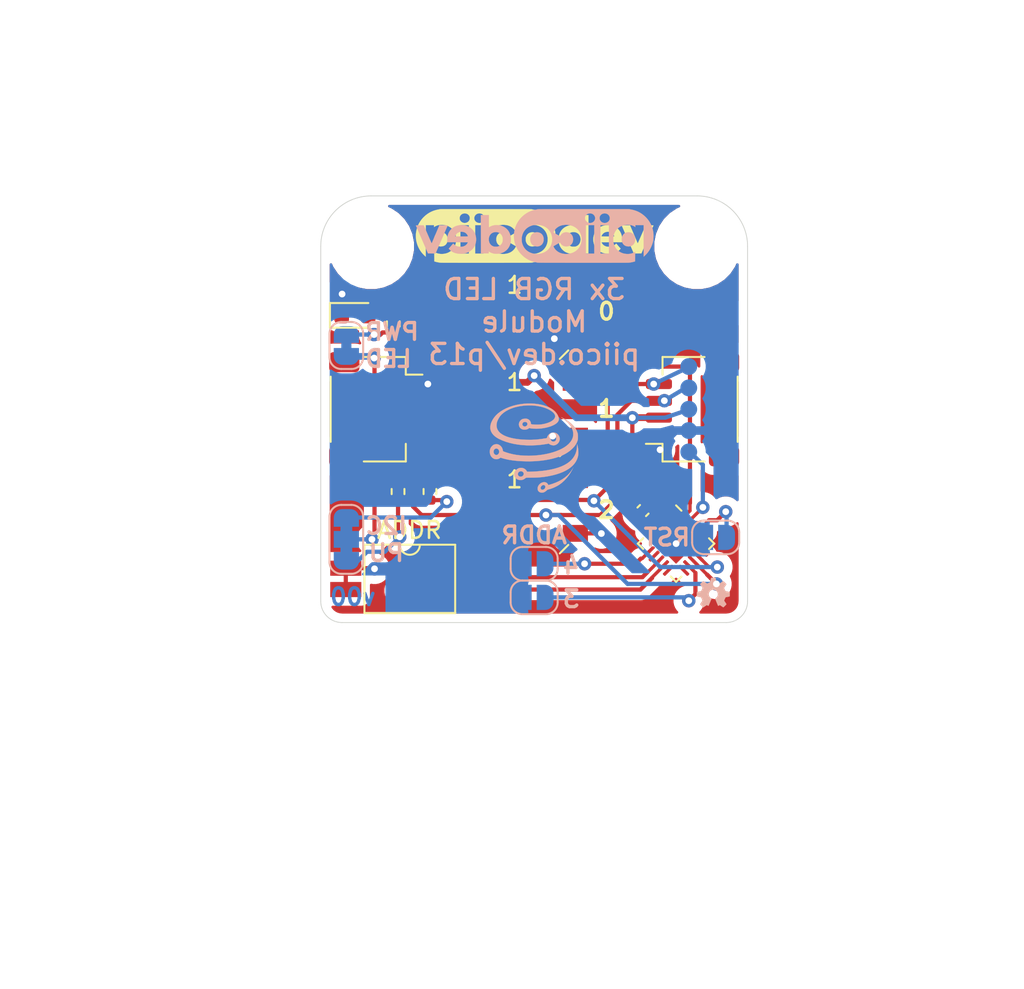
<source format=kicad_pcb>
(kicad_pcb (version 20171130) (host pcbnew "(5.1.8-44-gfd79c7ae46)-1")
  (layers (0 F.Cu signal) (31 B.Cu signal) (34 B.Paste user) (35 F.Paste user) (36 B.SilkS user) (37 F.SilkS user) (38 B.Mask user) (39 F.Mask user) (44 Edge.Cuts user))
  (net 0 "")
  (net 1 +3V3)
  (net 2 GND)
  (net 3 "Net-(D1-Pad2)")
  (net 4 /SCL)
  (net 5 /SDA)
  (net 6 "Net-(JP1-Pad2)")
  (net 7 "Net-(JP2-Pad1)")
  (net 8 "Net-(JP2-Pad3)")
  (net 9 "Net-(D2-Pad2)")
  (net 10 "Net-(D3-Pad2)")
  (net 11 /DIN)
  (net 12 /UPDI)
  (net 13 /FAC_RST)
  (net 14 /ADD2)
  (net 15 /ADD3)
  (net 16 /ADD1)
  (net 17 /ADD4)
  (module CoreElectronics_Artwork:piicodev_logo_14.2x3.4mm (layer F.Cu) (at 97.329859 91.1352)
    (fp_text reference G1 hide)
    (fp_text value LOGO_PiicoDev hide)
  )
  (module Jumper:SolderJumper-2_P1.3mm_Open_RoundedPad1.0x1.5mm (layer B.Cu) (at 97.282 112.546 180)
    (fp_text reference JP5)
    (fp_text value ADD3)
    (pad 2 smd custom (at 0.65 0 180) (size 1 0.5) (layers B.Cu B.Mask) (net 2 GND) (options (clearance outline) (anchor rect)) (primitives (gr_circle (center 0 -0.25) (end 0.5 -0.25) (width 0)) (gr_circle (center 0 0.25) (end 0.5 0.25) (width 0)) (gr_poly (pts (xy 0 0.75) (xy -0.5 0.75) (xy -0.5 -0.75) (xy 0 -0.75)) (width 0))))
    (pad 1 smd custom (at -0.65 0 180) (size 1 0.5) (layers B.Cu B.Mask) (net 15 /ADD3) (options (clearance outline) (anchor rect)) (primitives (gr_circle (center 0 -0.25) (end 0.5 -0.25) (width 0)) (gr_circle (center 0 0.25) (end 0.5 0.25) (width 0)) (gr_poly (pts (xy 0 0.75) (xy 0.5 0.75) (xy 0.5 -0.75) (xy 0 -0.75)) (width 0))))
  )
  (module CoreElectronics_Components:SW_DIP_SPSTx02_Slide_DSHP (layer F.Cu) (at 89.882 111.446)
    (fp_text reference SW1 hide)
    (fp_text value ADDR)
    (pad 1 smd rect (at -3.81 -0.635) (size 1.85 0.9) (layers F.Cu F.Paste F.Mask) (net 2 GND))
    (pad 2 smd rect (at -3.81 0.635) (size 1.85 0.9) (layers F.Cu F.Paste F.Mask) (net 2 GND))
    (pad 3 smd rect (at 3.81 0.635) (size 1.85 0.9) (layers F.Cu F.Paste F.Mask) (net 16 /ADD1))
    (pad 4 smd rect (at 3.81 -0.635) (size 1.85 0.9) (layers F.Cu F.Paste F.Mask) (net 14 /ADD2))
  )
  (module Jumper:SolderJumper-2_P1.3mm_Open_RoundedPad1.0x1.5mm (layer B.Cu) (at 108.082 108.976 180)
    (fp_text reference JP4 hide)
    (fp_text value "FACTORY RESET")
    (pad 2 smd custom (at 0.65 0 180) (size 1 0.5) (layers B.Cu B.Mask) (net 2 GND) (options (clearance outline) (anchor rect)) (primitives (gr_circle (center 0 -0.25) (end 0.5 -0.25) (width 0)) (gr_circle (center 0 0.25) (end 0.5 0.25) (width 0)) (gr_poly (pts (xy 0 0.75) (xy -0.5 0.75) (xy -0.5 -0.75) (xy 0 -0.75)) (width 0))))
    (pad 1 smd custom (at -0.65 0 180) (size 1 0.5) (layers B.Cu B.Mask) (net 13 /FAC_RST) (options (clearance outline) (anchor rect)) (primitives (gr_circle (center 0 -0.25) (end 0.5 -0.25) (width 0)) (gr_circle (center 0 0.25) (end 0.5 0.25) (width 0)) (gr_poly (pts (xy 0 0.75) (xy 0.5 0.75) (xy 0.5 -0.75) (xy 0 -0.75)) (width 0))))
  )
  (module Jumper:SolderJumper-2_P1.3mm_Open_RoundedPad1.0x1.5mm (layer B.Cu) (at 97.282 110.546 180)
    (fp_text reference JP3 hide)
    (fp_text value ADD2)
    (pad 2 smd custom (at 0.65 0 180) (size 1 0.5) (layers B.Cu B.Mask) (net 2 GND) (options (clearance outline) (anchor rect)) (primitives (gr_circle (center 0 -0.25) (end 0.5 -0.25) (width 0)) (gr_circle (center 0 0.25) (end 0.5 0.25) (width 0)) (gr_poly (pts (xy 0 0.75) (xy -0.5 0.75) (xy -0.5 -0.75) (xy 0 -0.75)) (width 0))))
    (pad 1 smd custom (at -0.65 0 180) (size 1 0.5) (layers B.Cu B.Mask) (net 17 /ADD4) (options (clearance outline) (anchor rect)) (primitives (gr_circle (center 0 -0.25) (end 0.5 -0.25) (width 0)) (gr_circle (center 0 0.25) (end 0.5 0.25) (width 0)) (gr_poly (pts (xy 0 0.75) (xy 0.5 0.75) (xy 0.5 -0.75) (xy 0 -0.75)) (width 0))))
  )
  (module CoreElectronics_Components:PiicoDev_ProgrammingHeader_2x03_P1.27mm_Vertical (layer B.Cu) (at 106.482 103.886 90)
    (fp_text reference J3 hide)
    (fp_text value PROG)
    (pad 5 smd oval (at 5.08 0 90) (size 1 1) (layers B.Cu B.Paste B.Mask) (net 4 /SCL))
    (pad 4 smd oval (at 3.81 0 90) (size 1 1) (layers B.Cu B.Paste B.Mask) (net 5 /SDA))
    (pad 3 smd oval (at 2.54 0 90) (size 1 1) (layers B.Cu B.Paste B.Mask) (net 1 +3V3))
    (pad 2 smd oval (at 1.27 0 90) (size 1 1) (layers B.Cu B.Paste B.Mask) (net 2 GND))
    (pad 1 smd circle (at 0 0 90) (size 1 1) (layers B.Cu B.Paste B.Mask) (net 12 /UPDI))
  )
  (module Capacitor_SMD:C_0402_1005Metric (layer F.Cu) (at 103.759 107.3785 45)
    (fp_text reference C1 hide)
    (fp_text value 100n)
    (pad 2 smd roundrect (at 0.48 0 45) (size 0.56 0.62) (layers F.Cu F.Paste F.Mask) (net 2 GND))
    (pad 1 smd roundrect (at -0.48 0 45) (size 0.56 0.62) (layers F.Cu F.Paste F.Mask) (net 1 +3V3))
  )
  (module CoreElectronics_Components:LED_GlowBit_WS2812B_NoSilk (layer F.Cu) (at 97.282 107.136)
    (fp_text reference D4 hide)
    (fp_text value LED_GlowBit_WS2812B_v5)
    (fp_text user 1 (at -1.1684 -1.6002) (layer F.SilkS))
    (pad 1 smd rect (at -2.45 -1.6) (size 1.5 1) (layers F.Cu F.Paste F.Mask) (net 1 +3V3))
    (pad 2 smd rect (at -2.45 1.6) (size 1.5 1) (layers F.Cu F.Paste F.Mask))
    (pad 4 smd rect (at 2.45 -1.6) (size 1.5 1) (layers F.Cu F.Paste F.Mask) (net 10 "Net-(D3-Pad2)"))
    (pad 3 smd rect (at 2.45 1.6) (size 1.5 1) (layers F.Cu F.Paste F.Mask) (net 2 GND))
  )
  (module CoreElectronics_Components:LED_GlowBit_WS2812B_NoSilk (layer F.Cu) (at 97.282 101.346)
    (fp_text reference D3 hide)
    (fp_text value LED_GlowBit_WS2812B_v5)
    (fp_text user 1 (at -1.1684 -1.6002) (layer F.SilkS))
    (pad 3 smd rect (at 2.45 1.6) (size 1.5 1) (layers F.Cu F.Paste F.Mask) (net 2 GND))
    (pad 4 smd rect (at 2.45 -1.6) (size 1.5 1) (layers F.Cu F.Paste F.Mask) (net 9 "Net-(D2-Pad2)"))
    (pad 2 smd rect (at -2.45 1.6) (size 1.5 1) (layers F.Cu F.Paste F.Mask) (net 10 "Net-(D3-Pad2)"))
    (pad 1 smd rect (at -2.45 -1.6) (size 1.5 1) (layers F.Cu F.Paste F.Mask) (net 1 +3V3))
  )
  (module Package_DFN_QFN:VQFN-20-1EP_3x3mm_P0.4mm_EP1.7x1.7mm (layer F.Cu) (at 105.7275 109.347 315)
    (fp_text reference U1 hide)
    (fp_text value ATtiny806-M)
    (pad 1 smd custom (at -1.45 -0.8 315) (size 0.143431 0.143431) (layers F.Cu F.Paste F.Mask) (options (clearance outline) (anchor circle)) (primitives (gr_poly (pts (xy -0.35 -0.05) (xy 0.299289 -0.05) (xy 0.35 0.000711) (xy 0.35 0.05) (xy -0.35 0.05)) (width 0.1))))
    (pad 2 smd roundrect (at -1.45 -0.4 315) (size 0.8 0.2) (layers F.Cu F.Paste F.Mask))
    (pad 3 smd roundrect (at -1.45 0 315) (size 0.8 0.2) (layers F.Cu F.Paste F.Mask) (net 2 GND))
    (pad 4 smd roundrect (at -1.45 0.4 315) (size 0.8 0.2) (layers F.Cu F.Paste F.Mask) (net 1 +3V3))
    (pad 5 smd custom (at -1.45 0.8 315) (size 0.143431 0.143431) (layers F.Cu F.Paste F.Mask) (options (clearance outline) (anchor circle)) (primitives (gr_poly (pts (xy -0.35 -0.05) (xy 0.35 -0.05) (xy 0.35 -0.000711) (xy 0.299289 0.05) (xy -0.35 0.05)) (width 0.1))))
    (pad 6 smd custom (at -0.8 1.45 315) (size 0.143431 0.143431) (layers F.Cu F.Paste F.Mask) (net 17 /ADD4) (options (clearance outline) (anchor circle)) (primitives (gr_poly (pts (xy -0.05 -0.299289) (xy 0.000711 -0.35) (xy 0.05 -0.35) (xy 0.05 0.35) (xy -0.05 0.35)) (width 0.1))))
    (pad 7 smd roundrect (at -0.4 1.45 315) (size 0.2 0.8) (layers F.Cu F.Paste F.Mask))
    (pad 8 smd roundrect (at 0 1.45 315) (size 0.2 0.8) (layers F.Cu F.Paste F.Mask) (net 14 /ADD2))
    (pad 9 smd roundrect (at 0.4 1.45 315) (size 0.2 0.8) (layers F.Cu F.Paste F.Mask) (net 16 /ADD1))
    (pad 10 smd custom (at 0.8 1.45 315) (size 0.143431 0.143431) (layers F.Cu F.Paste F.Mask) (options (clearance outline) (anchor circle)) (primitives (gr_poly (pts (xy -0.05 -0.35) (xy -0.000711 -0.35) (xy 0.05 -0.299289) (xy 0.05 0.35) (xy -0.05 0.35)) (width 0.1))))
    (pad 11 smd custom (at 1.45 0.8 315) (size 0.143431 0.143431) (layers F.Cu F.Paste F.Mask) (options (clearance outline) (anchor circle)) (primitives (gr_poly (pts (xy -0.35 -0.05) (xy 0.35 -0.05) (xy 0.35 0.05) (xy -0.299289 0.05) (xy -0.35 -0.000711)) (width 0.1))))
    (pad 12 smd roundrect (at 1.45 0.4 315) (size 0.8 0.2) (layers F.Cu F.Paste F.Mask) (net 15 /ADD3))
    (pad 13 smd roundrect (at 1.45 0 315) (size 0.8 0.2) (layers F.Cu F.Paste F.Mask) (net 5 /SDA))
    (pad 14 smd roundrect (at 1.45 -0.4 315) (size 0.8 0.2) (layers F.Cu F.Paste F.Mask) (net 4 /SCL))
    (pad 15 smd custom (at 1.45 -0.8 315) (size 0.143431 0.143431) (layers F.Cu F.Paste F.Mask) (options (clearance outline) (anchor circle)) (primitives (gr_poly (pts (xy -0.35 0.000711) (xy -0.299289 -0.05) (xy 0.35 -0.05) (xy 0.35 0.05) (xy -0.35 0.05)) (width 0.1))))
    (pad 16 smd custom (at 0.8 -1.45 315) (size 0.143431 0.143431) (layers F.Cu F.Paste F.Mask) (options (clearance outline) (anchor circle)) (primitives (gr_poly (pts (xy -0.05 -0.35) (xy 0.05 -0.35) (xy 0.05 0.299289) (xy -0.000711 0.35) (xy -0.05 0.35)) (width 0.1))))
    (pad 17 smd roundrect (at 0.4 -1.45 315) (size 0.2 0.8) (layers F.Cu F.Paste F.Mask) (net 13 /FAC_RST))
    (pad 18 smd roundrect (at 0 -1.45 315) (size 0.2 0.8) (layers F.Cu F.Paste F.Mask))
    (pad 19 smd roundrect (at -0.4 -1.45 315) (size 0.2 0.8) (layers F.Cu F.Paste F.Mask) (net 12 /UPDI))
    (pad 20 smd custom (at -0.8 -1.45 315) (size 0.143431 0.143431) (layers F.Cu F.Paste F.Mask) (net 11 /DIN) (options (clearance outline) (anchor circle)) (primitives (gr_poly (pts (xy -0.05 -0.35) (xy 0.05 -0.35) (xy 0.05 0.35) (xy 0.000711 0.35) (xy -0.05 0.299289)) (width 0.1))))
    (pad 21 smd rect (at 0 0 315) (size 1.7 1.7) (layers F.Cu F.Mask) (net 2 GND))
  )
  (module CoreElectronics_Components:LED_GlowBit_WS2812B_NoSilk (layer F.Cu) (at 97.282 95.556)
    (fp_text reference D2 hide)
    (fp_text value LED_GlowBit_WS2812B_v5)
    (fp_text user 1 (at -1.1684 -1.6002) (layer F.SilkS))
    (pad 3 smd rect (at 2.45 1.6) (size 1.5 1) (layers F.Cu F.Paste F.Mask) (net 2 GND))
    (pad 4 smd rect (at 2.45 -1.6) (size 1.5 1) (layers F.Cu F.Paste F.Mask) (net 11 /DIN))
    (pad 2 smd rect (at -2.45 1.6) (size 1.5 1) (layers F.Cu F.Paste F.Mask) (net 9 "Net-(D2-Pad2)"))
    (pad 1 smd rect (at -2.45 -1.6) (size 1.5 1) (layers F.Cu F.Paste F.Mask) (net 1 +3V3))
  )
  (module CoreElectronics_Components:SolderJumper-3_P1.3mm_Closed_RoundedPad1.0x1.5mm_NumberLabels (layer B.Cu) (at 86.106 109.093 90)
    (fp_text reference JP2 hide)
    (fp_text value "I2C PU")
    (fp_poly (pts (xy 0.8 -0.3) (xy -0.8 -0.3) (xy -0.8 0.3) (xy 0.8 0.3)) (layer B.Cu) (width 0.1))
    (pad 1 smd custom (at -1.3 0 90) (size 1 0.5) (layers B.Cu B.Mask) (net 7 "Net-(JP2-Pad1)") (options (clearance outline) (anchor rect)) (primitives (gr_circle (center 0 -0.25) (end 0.5 -0.25) (width 0)) (gr_circle (center 0 0.25) (end 0.5 0.25) (width 0)) (gr_poly (pts (xy 0.55 0.75) (xy 0 0.75) (xy 0 -0.75) (xy 0.55 -0.75)) (width 0))))
    (pad 3 smd custom (at 1.3 0 90) (size 1 0.5) (layers B.Cu B.Mask) (net 8 "Net-(JP2-Pad3)") (options (clearance outline) (anchor rect)) (primitives (gr_circle (center 0 -0.25) (end 0.5 -0.25) (width 0)) (gr_circle (center 0 0.25) (end 0.5 0.25) (width 0)) (gr_poly (pts (xy -0.55 0.75) (xy 0 0.75) (xy 0 -0.75) (xy -0.55 -0.75)) (width 0))))
    (pad 2 smd rect (at 0 0 90) (size 1 1.5) (layers B.Cu B.Mask) (net 1 +3V3))
  )
  (module CoreElectronics_Components:SolderJumper-2_P1.3mm_Bridged_RoundedPad1.0x1.5mm (layer B.Cu) (at 86.106 97.551 90)
    (fp_text reference JP1 hide)
    (fp_text value LED)
    (fp_poly (pts (xy 0.25 0.3) (xy -0.25 0.3) (xy -0.25 -0.3) (xy 0.25 -0.3)) (layer B.Cu) (width 0))
    (pad 1 smd custom (at -0.65 0 90) (size 1 0.5) (layers B.Cu B.Mask) (net 1 +3V3) (options (clearance outline) (anchor rect)) (primitives (gr_circle (center 0 -0.25) (end 0.5 -0.25) (width 0)) (gr_circle (center 0 0.25) (end 0.5 0.25) (width 0)) (gr_poly (pts (xy 0 0.75) (xy 0.5 0.75) (xy 0.5 -0.75) (xy 0 -0.75)) (width 0))))
    (pad 2 smd custom (at 0.65 0 90) (size 1 0.5) (layers B.Cu B.Mask) (net 6 "Net-(JP1-Pad2)") (options (clearance outline) (anchor rect)) (primitives (gr_circle (center 0 -0.25) (end 0.5 -0.25) (width 0)) (gr_circle (center 0 0.25) (end 0.5 0.25) (width 0)) (gr_poly (pts (xy 0 0.75) (xy -0.5 0.75) (xy -0.5 -0.75) (xy 0 -0.75)) (width 0))))
  )
  (module CoreElectronics_Components:MountingHole_2.7mm_M2.5_PadClearance_1.2 (layer F.Cu) (at 87.582 91.646)
    (fp_text reference H1 hide)
    (fp_text value MountingHole)
    (pad 1 np_thru_hole circle (at 0 0) (size 2.7 2.7) (drill 2.7) (layers *.Cu *.Mask))
  )
  (module CoreElectronics_Artwork:oshw (layer B.Cu) (at 107.95 112.268 180)
    (fp_text reference LOGO1 hide)
    (fp_text value Logo_Open_Hardware_Small hide)
  )
  (module CoreElectronics_Artwork:piicodev_logo_14.2x3.4mm (layer B.Cu) (at 97.297953 91.1352 180)
    (fp_text reference G3 hide)
    (fp_text value LOGO_made-with-love hide)
  )
  (module CoreElectronics_Artwork:CoreElectronics_logo_5mm (layer B.Cu) (at 97.282 103.663669 180)
    (fp_text reference G2 hide)
    (fp_text value LOGO_CoreElectronics_no-text hide)
  )
  (module Resistor_SMD:R_0402_1005Metric (layer F.Cu) (at 91.082 106.246 90)
    (fp_text reference R2 hide)
    (fp_text value 4k7)
    (pad 1 smd roundrect (at -0.51 0 90) (size 0.54 0.64) (layers F.Cu F.Paste F.Mask) (net 8 "Net-(JP2-Pad3)"))
    (pad 2 smd roundrect (at 0.51 0 90) (size 0.54 0.64) (layers F.Cu F.Paste F.Mask) (net 4 /SCL))
  )
  (module CoreElectronics_Components:MountingHole_2.7mm_M2.5_PadClearance_1.2 (layer F.Cu) (at 106.982 91.646)
    (fp_text reference H2 hide)
    (fp_text value MountingHole)
    (pad 1 np_thru_hole circle (at 0 0) (size 2.7 2.7) (drill 2.7) (layers *.Cu *.Mask))
  )
  (module LED_SMD:LED_0603_1608Metric (layer F.Cu) (at 86.614 95.758)
    (fp_text reference D1 hide)
    (fp_text value LED hide)
    (pad 1 smd roundrect (at -0.7875 0) (size 0.875 0.95) (layers F.Cu F.Paste F.Mask) (net 2 GND))
    (pad 2 smd roundrect (at 0.7875 0) (size 0.875 0.95) (layers F.Cu F.Paste F.Mask) (net 3 "Net-(D1-Pad2)"))
  )
  (module Fiducial:Fiducial_1mm_Mask2mm (layer F.Cu) (at 89.382 112.146)
    (fp_text reference FID1 hide)
    (fp_text value Fiducial)
    (pad "" smd circle (at 0 0) (size 1 1) (layers F.Cu F.Mask) (clearance 0.5))
  )
  (module Fiducial:Fiducial_1mm_Mask2mm (layer F.Cu) (at 108.585 95.631)
    (fp_text reference FID2 hide)
    (fp_text value Fiducial)
    (pad "" smd circle (at 0 0) (size 1 1) (layers F.Cu F.Mask) (clearance 0.5))
  )
  (module Resistor_SMD:R_0402_1005Metric (layer F.Cu) (at 88.9 96.266 90)
    (fp_text reference R1 hide)
    (fp_text value 1k hide)
    (pad 2 smd roundrect (at 0.51 0 90) (size 0.54 0.64) (layers F.Cu F.Paste F.Mask) (net 3 "Net-(D1-Pad2)"))
    (pad 1 smd roundrect (at -0.51 0 90) (size 0.54 0.64) (layers F.Cu F.Paste F.Mask) (net 6 "Net-(JP1-Pad2)"))
  )
  (module Resistor_SMD:R_0402_1005Metric (layer F.Cu) (at 89.182 106.246 90)
    (fp_text reference R3 hide)
    (fp_text value 4k7 hide)
    (pad 1 smd roundrect (at -0.51 0 90) (size 0.54 0.64) (layers F.Cu F.Paste F.Mask) (net 7 "Net-(JP2-Pad1)"))
    (pad 2 smd roundrect (at 0.51 0 90) (size 0.54 0.64) (layers F.Cu F.Paste F.Mask) (net 5 /SDA))
  )
  (module Connector_JST:JST_SH_SM04B-SRSS-TB_1x04-1MP_P1.00mm_Horizontal (layer F.Cu) (at 87.8586 101.346 270)
    (fp_text reference J1 hide)
    (fp_text value " " hide)
    (pad 1 smd roundrect (at -1.5 -2 270) (size 0.6 1.55) (layers F.Cu F.Paste F.Mask) (net 2 GND))
    (pad 2 smd roundrect (at -0.5 -2 270) (size 0.6 1.55) (layers F.Cu F.Paste F.Mask) (net 1 +3V3))
    (pad 3 smd roundrect (at 0.5 -2 270) (size 0.6 1.55) (layers F.Cu F.Paste F.Mask) (net 5 /SDA))
    (pad 4 smd roundrect (at 1.5 -2 270) (size 0.6 1.55) (layers F.Cu F.Paste F.Mask) (net 4 /SCL))
    (pad MP smd roundrect (at -2.8 1.875 270) (size 1.2 1.8) (layers F.Cu F.Paste F.Mask) (roundrect_rratio 0.2083325))
    (pad MP smd roundrect (at 2.8 1.875 270) (size 1.2 1.8) (layers F.Cu F.Paste F.Mask) (roundrect_rratio 0.2083325))
  )
  (module Connector_JST:JST_SH_SM04B-SRSS-TB_1x04-1MP_P1.00mm_Horizontal (layer F.Cu) (at 106.7054 101.346 90)
    (fp_text reference J2 hide)
    (fp_text value " " hide)
    (pad MP smd roundrect (at 2.8 1.875 90) (size 1.2 1.8) (layers F.Cu F.Paste F.Mask) (roundrect_rratio 0.2083325))
    (pad MP smd roundrect (at -2.8 1.875 90) (size 1.2 1.8) (layers F.Cu F.Paste F.Mask) (roundrect_rratio 0.2083325))
    (pad 4 smd roundrect (at 1.5 -2 90) (size 0.6 1.55) (layers F.Cu F.Paste F.Mask) (net 4 /SCL))
    (pad 3 smd roundrect (at 0.5 -2 90) (size 0.6 1.55) (layers F.Cu F.Paste F.Mask) (net 5 /SDA))
    (pad 2 smd roundrect (at -0.5 -2 90) (size 0.6 1.55) (layers F.Cu F.Paste F.Mask) (net 1 +3V3))
    (pad 1 smd roundrect (at -1.5 -2 90) (size 0.6 1.55) (layers F.Cu F.Paste F.Mask) (net 2 GND))
  )
  (gr_text ADDR (at 97.282 108.846) (layer B.SilkS) (effects (font (size 1 1) (thickness 0.2)) (justify mirror)))
  (gr_text 2 (at 101.582 107.346) (layer F.SilkS) (effects (font (size 1 1) (thickness 0.2))))
  (gr_text 3 (at 99.482 112.646) (layer B.SilkS) (effects (font (size 1 1) (thickness 0.2)) (justify mirror)))
  (gr_text 1 (at 101.582 101.318) (layer F.SilkS) (effects (font (size 1 1) (thickness 0.2))))
  (gr_text 0 (at 101.582 95.528) (layer F.SilkS) (effects (font (size 1 1) (thickness 0.2))))
  (gr_text RST (at 105.182 108.976) (layer B.SilkS) (effects (font (size 1 1) (thickness 0.2)) (justify mirror)))
  (gr_text "3x RGB LED\nModule\npiico.dev/p13" (at 97.282 96.146) (layer B.SilkS) (effects (font (size 1.2 1.2) (thickness 0.2)) (justify mirror)))
  (gr_text 4 (at 99.482 110.646) (layer B.SilkS) (effects (font (size 1 1) (thickness 0.2)) (justify mirror)))
  (gr_text ADDR (at 91.885572 108.546) (layer F.SilkS) (effects (font (size 1 1)) (justify right)))
  (gr_arc (start 106.982 91.646) (end 109.982 91.646) (angle -90) (layer Edge.Cuts) (width 0.05))
  (gr_arc (start 87.582 91.646) (end 87.582 88.646) (angle -90) (layer Edge.Cuts) (width 0.05))
  (gr_arc (start 108.712 112.776) (end 108.712 114.046) (angle -90) (layer Edge.Cuts) (width 0.05))
  (gr_arc (start 85.852 112.776) (end 84.582 112.776) (angle -90) (layer Edge.Cuts) (width 0.05))
  (gr_line (start 108.712 114.046) (end 85.852 114.046) (layer Edge.Cuts) (width 0.05))
  (gr_line (start 109.982 91.646) (end 109.982 112.776) (layer Edge.Cuts) (width 0.05))
  (gr_line (start 87.582 88.646) (end 106.982 88.646) (layer Edge.Cuts) (width 0.05))
  (gr_line (start 84.582 112.776) (end 84.582 91.646) (layer Edge.Cuts) (width 0.05))
  (gr_text "PWR\nLED" (at 87.122 97.536) (layer B.SilkS) (effects (font (size 1 1) (thickness 0.2)) (justify right mirror)))
  (gr_text "I2C\nPU" (at 88.482 109.093) (layer B.SilkS) (effects (font (size 1 1) (thickness 0.2)) (justify mirror)))
  (gr_text v00 (at 86.492 112.522) (layer B.Cu) (effects (font (size 1 1) (thickness 0.2)) (justify mirror)))
  (segment (start 86.106 98.201) (end 87.66 98.201) (width 0.4) (layer B.Cu) (net 1))
  (via (at 87.63 109.093) (size 0.8) (drill 0.4) (layers F.Cu B.Cu) (net 1))
  (segment (start 86.106 109.093) (end 87.63 109.093) (width 0.25) (layer B.Cu) (net 1))
  (via (at 87.757 98.298) (size 0.8) (drill 0.4) (layers F.Cu B.Cu) (net 1))
  (segment (start 87.66 98.201) (end 87.757 98.298) (width 0.4) (layer B.Cu) (net 1))
  (via (at 103.124 101.854) (size 0.8) (drill 0.4) (layers F.Cu B.Cu) (net 1))
  (segment (start 103.132 101.846) (end 104.7054 101.846) (width 0.4) (layer F.Cu) (net 1))
  (segment (start 103.124 101.854) (end 103.132 101.846) (width 0.4) (layer F.Cu) (net 1))
  (segment (start 104.419352 108.604538) (end 103.532725 107.717911) (width 0.2) (layer F.Cu) (net 1))
  (segment (start 103.532725 107.717911) (end 103.419589 107.717911) (width 0.2) (layer F.Cu) (net 1))
  (segment (start 103.419589 107.717911) (end 103.124 107.422322) (width 0.25) (layer F.Cu) (net 1))
  (segment (start 103.124 107.422322) (end 103.124 101.854) (width 0.25) (layer F.Cu) (net 1))
  (segment (start 93.408 99.746) (end 93.345 99.809) (width 0.4) (layer F.Cu) (net 1))
  (segment (start 94.832 99.746) (end 93.408 99.746) (width 0.4) (layer F.Cu) (net 1))
  (segment (start 93.345 98.552) (end 93.345 99.809) (width 0.4) (layer F.Cu) (net 1))
  (segment (start 94.572 93.956) (end 93.345 95.183) (width 0.4) (layer F.Cu) (net 1))
  (segment (start 94.832 93.956) (end 94.572 93.956) (width 0.4) (layer F.Cu) (net 1))
  (segment (start 94.572 105.536) (end 94.832 105.536) (width 0.4) (layer F.Cu) (net 1))
  (segment (start 93.345 104.309) (end 94.572 105.536) (width 0.4) (layer F.Cu) (net 1))
  (segment (start 103.124 101.854) (end 99.790024 101.854) (width 0.4) (layer B.Cu) (net 1))
  (via (at 97.282024 99.346) (size 0.8) (drill 0.4) (layers F.Cu B.Cu) (net 1))
  (segment (start 94.832 99.746) (end 96.882025 99.745999) (width 0.4) (layer F.Cu) (net 1))
  (segment (start 96.882025 99.745999) (end 97.282024 99.346) (width 0.4) (layer F.Cu) (net 1))
  (segment (start 99.790024 101.854) (end 97.282024 99.346) (width 0.4) (layer B.Cu) (net 1))
  (segment (start 93.345 95.183) (end 93.345 101.283) (width 0.4) (layer F.Cu) (net 1))
  (segment (start 93.345 101.283) (end 93.345 104.309) (width 0.4) (layer F.Cu) (net 1))
  (segment (start 93.308 100.846) (end 89.8586 100.846) (width 0.4) (layer F.Cu) (net 1))
  (segment (start 93.345 100.883) (end 93.308 100.846) (width 0.4) (layer F.Cu) (net 1))
  (segment (start 93.345 101.283) (end 93.345 100.883) (width 0.4) (layer F.Cu) (net 1))
  (segment (start 87.782 98.323) (end 87.757 98.298) (width 0.25) (layer F.Cu) (net 1))
  (segment (start 87.63 109.093) (end 87.782 108.941) (width 0.25) (layer F.Cu) (net 1))
  (segment (start 87.782 100.846) (end 89.8586 100.846) (width 0.3) (layer F.Cu) (net 1))
  (segment (start 87.782 108.941) (end 87.782 100.846) (width 0.25) (layer F.Cu) (net 1))
  (segment (start 87.782 100.846) (end 87.782 98.323) (width 0.25) (layer F.Cu) (net 1))
  (segment (start 105.082 101.846) (end 106.553 101.346) (width 0.25) (layer B.Cu) (net 1))
  (segment (start 103.124 101.854) (end 105.082 101.846) (width 0.25) (layer B.Cu) (net 1))
  (via (at 85.852 94.488) (size 0.8) (drill 0.4) (layers F.Cu B.Cu) (net 2))
  (segment (start 85.8265 94.5135) (end 85.852 94.488) (width 0.25) (layer F.Cu) (net 2))
  (segment (start 85.8265 95.758) (end 85.8265 94.5135) (width 0.25) (layer F.Cu) (net 2))
  (segment (start 104.2035 107.823) (end 104.2035 107.144178) (width 0.2) (layer F.Cu) (net 2))
  (segment (start 104.702195 108.321695) (end 104.2035 107.823) (width 0.2) (layer F.Cu) (net 2))
  (segment (start 104.2035 107.144178) (end 104.098411 107.039089) (width 0.2) (layer F.Cu) (net 2))
  (via (at 104.775 103.759) (size 0.8) (drill 0.4) (layers F.Cu B.Cu) (net 2))
  (segment (start 104.7054 102.846) (end 104.7054 103.6894) (width 0.4) (layer F.Cu) (net 2))
  (segment (start 104.7054 103.6894) (end 104.775 103.759) (width 0.25) (layer F.Cu) (net 2))
  (segment (start 104.098411 107.039089) (end 104.098411 104.435589) (width 0.25) (layer F.Cu) (net 2))
  (segment (start 104.098411 104.435589) (end 104.775 103.759) (width 0.25) (layer F.Cu) (net 2))
  (segment (start 104.775 103.6955) (end 104.775 103.759) (width 0.25) (layer B.Cu) (net 2))
  (segment (start 105.8545 102.616) (end 104.775 103.6955) (width 0.25) (layer B.Cu) (net 2))
  (segment (start 106.553 102.616) (end 105.8545 102.616) (width 0.25) (layer B.Cu) (net 2))
  (segment (start 90.956 99.846) (end 89.8586 99.846) (width 0.4) (layer F.Cu) (net 2))
  (via (at 90.956 99.846) (size 0.8) (drill 0.4) (layers F.Cu B.Cu) (net 2))
  (via (at 98.482 97.146) (size 0.8) (drill 0.4) (layers F.Cu B.Cu) (net 2))
  (segment (start 98.492 97.156) (end 98.482 97.146) (width 0.25) (layer F.Cu) (net 2))
  (segment (start 99.732 97.156) (end 98.492 97.156) (width 0.25) (layer F.Cu) (net 2))
  (via (at 98.382 102.946) (size 0.8) (drill 0.4) (layers F.Cu B.Cu) (net 2))
  (segment (start 99.732 102.946) (end 98.382 102.946) (width 0.25) (layer F.Cu) (net 2))
  (segment (start 86.072 110.811) (end 86.072 112.081) (width 0.25) (layer F.Cu) (net 2))
  (via (at 87.782 110.846) (size 0.8) (drill 0.4) (layers F.Cu B.Cu) (net 2))
  (segment (start 86.072 110.811) (end 87.747 110.811) (width 0.25) (layer F.Cu) (net 2))
  (segment (start 87.747 110.811) (end 87.782 110.846) (width 0.25) (layer F.Cu) (net 2))
  (segment (start 101.272 108.736) (end 101.282 108.746) (width 0.25) (layer F.Cu) (net 2))
  (segment (start 99.732 108.736) (end 101.272 108.736) (width 0.25) (layer F.Cu) (net 2))
  (via (at 101.282 108.746) (size 0.8) (drill 0.4) (layers F.Cu B.Cu) (net 2))
  (via (at 105.7275 109.347) (size 0.8) (drill 0.4) (layers F.Cu B.Cu) (net 2))
  (segment (start 88.898 95.758) (end 88.9 95.756) (width 0.25) (layer F.Cu) (net 3))
  (segment (start 87.4015 95.758) (end 88.898 95.758) (width 0.25) (layer F.Cu) (net 3))
  (segment (start 107.035648 110.089462) (end 107.041462 110.089462) (width 0.2) (layer F.Cu) (net 4))
  (segment (start 107.035648 110.089462) (end 107.690186 110.744) (width 0.2) (layer F.Cu) (net 4))
  (segment (start 107.95 110.744) (end 108.1405 110.744) (width 0.2) (layer F.Cu) (net 4))
  (segment (start 107.690186 110.744) (end 107.95 110.744) (width 0.2) (layer F.Cu) (net 4))
  (via (at 104.394 99.846) (size 0.8) (drill 0.4) (layers F.Cu B.Cu) (net 4))
  (segment (start 104.394 99.846) (end 106.553 98.806) (width 0.25) (layer B.Cu) (net 4))
  (segment (start 102.846 99.846) (end 104.7054 99.846) (width 0.25) (layer F.Cu) (net 4))
  (segment (start 101.657989 101.034011) (end 102.846 99.846) (width 0.25) (layer F.Cu) (net 4))
  (segment (start 101.657989 105.977705) (end 101.657989 101.034011) (width 0.25) (layer F.Cu) (net 4))
  (segment (start 100.838 106.797694) (end 101.657989 105.977705) (width 0.25) (layer F.Cu) (net 4))
  (via (at 100.837994 106.797688) (size 0.8) (drill 0.4) (layers F.Cu B.Cu) (net 4))
  (segment (start 104.784306 110.744) (end 108.18 110.744) (width 0.25) (layer B.Cu) (net 4))
  (segment (start 100.837994 106.797688) (end 104.784306 110.744) (width 0.25) (layer B.Cu) (net 4))
  (segment (start 107.95 110.744) (end 108.18 110.744) (width 0.25) (layer F.Cu) (net 4))
  (via (at 108.18 110.744) (size 0.8) (drill 0.4) (layers F.Cu B.Cu) (net 4))
  (segment (start 91.082 104.0694) (end 91.082 104.936) (width 0.25) (layer F.Cu) (net 4))
  (segment (start 89.8586 102.846) (end 91.082 104.0694) (width 0.25) (layer F.Cu) (net 4))
  (segment (start 91.082 104.936) (end 91.082 105.736) (width 0.25) (layer F.Cu) (net 4))
  (segment (start 92.472 105.736) (end 91.082 105.736) (width 0.25) (layer F.Cu) (net 4))
  (segment (start 93.482 106.746) (end 92.472 105.736) (width 0.25) (layer F.Cu) (net 4))
  (segment (start 100.786306 106.746) (end 93.482 106.746) (width 0.25) (layer F.Cu) (net 4))
  (segment (start 100.837994 106.797688) (end 100.786306 106.746) (width 0.25) (layer F.Cu) (net 4))
  (segment (start 106.752805 110.372305) (end 107.569 111.1885) (width 0.2) (layer F.Cu) (net 5))
  (via (at 105.029 100.838) (size 0.8) (drill 0.4) (layers F.Cu B.Cu) (net 5))
  (segment (start 105.148 100.846) (end 105.156 100.838) (width 0.25) (layer F.Cu) (net 5))
  (segment (start 104.7054 100.846) (end 105.148 100.846) (width 0.25) (layer F.Cu) (net 5))
  (segment (start 106.299 100.076) (end 106.553 100.076) (width 0.25) (layer B.Cu) (net 5))
  (segment (start 105.029 100.838) (end 106.299 100.076) (width 0.25) (layer B.Cu) (net 5))
  (segment (start 105.156 100.838) (end 105.029 100.838) (width 0.25) (layer B.Cu) (net 5))
  (segment (start 88.782 101.846) (end 88.582 102.046) (width 0.25) (layer F.Cu) (net 5))
  (segment (start 89.8586 101.846) (end 88.782 101.846) (width 0.25) (layer F.Cu) (net 5))
  (via (at 108.126497 111.745997) (size 0.8) (drill 0.4) (layers F.Cu B.Cu) (net 5))
  (segment (start 107.569 111.1885) (end 108.126497 111.745997) (width 0.25) (layer F.Cu) (net 5))
  (segment (start 88.582 105.136) (end 89.182 105.736) (width 0.25) (layer F.Cu) (net 5))
  (segment (start 88.582 104.046) (end 88.582 105.136) (width 0.25) (layer F.Cu) (net 5))
  (segment (start 88.582 102.046) (end 88.582 104.046) (width 0.25) (layer F.Cu) (net 5))
  (via (at 97.981984 107.646) (size 0.8) (drill 0.4) (layers F.Cu B.Cu) (net 5))
  (segment (start 98.883 107.646) (end 97.981984 107.646) (width 0.25) (layer F.Cu) (net 5))
  (segment (start 102.235 106.632204) (end 101.221204 107.646) (width 0.25) (layer F.Cu) (net 5))
  (segment (start 102.235 101.669998) (end 102.235 106.632204) (width 0.25) (layer F.Cu) (net 5))
  (segment (start 103.058998 100.846) (end 102.235 101.669998) (width 0.25) (layer F.Cu) (net 5))
  (segment (start 101.221204 107.646) (end 98.883 107.646) (width 0.25) (layer F.Cu) (net 5))
  (segment (start 104.7054 100.846) (end 103.058998 100.846) (width 0.25) (layer F.Cu) (net 5))
  (segment (start 89.672 105.736) (end 89.182 105.736) (width 0.25) (layer F.Cu) (net 5))
  (segment (start 90.082 106.146) (end 89.672 105.736) (width 0.25) (layer F.Cu) (net 5))
  (segment (start 90.082 107.146) (end 90.082 106.146) (width 0.25) (layer F.Cu) (net 5))
  (segment (start 90.582 107.646) (end 90.082 107.146) (width 0.25) (layer F.Cu) (net 5))
  (segment (start 98.883 107.646) (end 90.582 107.646) (width 0.25) (layer F.Cu) (net 5))
  (segment (start 98.740204 107.646) (end 97.981984 107.646) (width 0.25) (layer B.Cu) (net 5))
  (segment (start 102.840201 111.745997) (end 98.740204 107.646) (width 0.25) (layer B.Cu) (net 5))
  (segment (start 108.126497 111.745997) (end 102.840201 111.745997) (width 0.25) (layer B.Cu) (net 5))
  (via (at 87.757 96.901) (size 0.8) (drill 0.4) (layers F.Cu B.Cu) (net 6))
  (segment (start 86.106 96.901) (end 87.757 96.901) (width 0.25) (layer B.Cu) (net 6))
  (segment (start 87.757 96.901) (end 88.138 96.901) (width 0.25) (layer F.Cu) (net 6))
  (segment (start 88.263 96.776) (end 88.9 96.776) (width 0.25) (layer F.Cu) (net 6))
  (segment (start 88.138 96.901) (end 88.263 96.776) (width 0.25) (layer F.Cu) (net 6))
  (via (at 89.282 108.945992) (size 0.8) (drill 0.4) (layers F.Cu B.Cu) (net 7))
  (segment (start 86.776798 110.393) (end 87.338799 109.830999) (width 0.25) (layer B.Cu) (net 7))
  (segment (start 86.106 110.393) (end 86.776798 110.393) (width 0.25) (layer B.Cu) (net 7))
  (segment (start 87.338799 109.830999) (end 88.396993 109.830999) (width 0.25) (layer B.Cu) (net 7))
  (segment (start 88.396993 109.830999) (end 89.282 108.945992) (width 0.25) (layer B.Cu) (net 7))
  (segment (start 89.182 108.845992) (end 89.282 108.945992) (width 0.25) (layer F.Cu) (net 7))
  (segment (start 89.182 106.756) (end 89.182 108.845992) (width 0.25) (layer F.Cu) (net 7))
  (via (at 92.081998 106.846) (size 0.8) (drill 0.4) (layers F.Cu B.Cu) (net 8))
  (segment (start 91.991998 106.756) (end 92.081998 106.846) (width 0.25) (layer F.Cu) (net 8))
  (segment (start 86.106 107.793) (end 91.134998 107.793) (width 0.25) (layer B.Cu) (net 8))
  (segment (start 91.134998 107.793) (end 92.081998 106.846) (width 0.25) (layer B.Cu) (net 8))
  (segment (start 91.082 106.756) (end 91.991998 106.756) (width 0.25) (layer F.Cu) (net 8))
  (segment (start 99.382 99.746) (end 99.732 99.746) (width 0.25) (layer F.Cu) (net 9))
  (segment (start 96.792 97.156) (end 99.382 99.746) (width 0.25) (layer F.Cu) (net 9))
  (segment (start 94.832 97.156) (end 96.792 97.156) (width 0.25) (layer F.Cu) (net 9))
  (segment (start 94.832 102.946) (end 99.732 105.536) (width 0.25) (layer F.Cu) (net 10))
  (segment (start 106.187119 107.75601) (end 106.553 107.390129) (width 0.2) (layer F.Cu) (net 11))
  (segment (start 106.553 107.390129) (end 106.553 106.934) (width 0.2) (layer F.Cu) (net 11))
  (segment (start 106.553 106.934) (end 106.553 106.68) (width 0.2) (layer F.Cu) (net 11))
  (segment (start 101.882 96.106) (end 99.732 93.956) (width 0.25) (layer F.Cu) (net 11))
  (segment (start 101.882 97.846) (end 101.882 96.106) (width 0.25) (layer F.Cu) (net 11))
  (segment (start 102.842 98.806) (end 101.882 97.846) (width 0.25) (layer F.Cu) (net 11))
  (segment (start 106.1085 98.806) (end 102.842 98.806) (width 0.25) (layer F.Cu) (net 11))
  (segment (start 106.553 99.2505) (end 106.1085 98.806) (width 0.25) (layer F.Cu) (net 11))
  (segment (start 106.553 106.934) (end 106.553 99.2505) (width 0.25) (layer F.Cu) (net 11))
  (segment (start 106.469962 108.038852) (end 107.320814 107.188) (width 0.2) (layer F.Cu) (net 12))
  (segment (start 107.320814 107.188) (end 107.3208 107.188) (width 0.25) (layer F.Cu) (net 12))
  (via (at 107.3208 107.188) (size 0.8) (drill 0.4) (layers F.Cu B.Cu) (net 12))
  (segment (start 106.553 103.886) (end 107.3208 104.6538) (width 0.25) (layer B.Cu) (net 12))
  (segment (start 107.3208 104.6538) (end 107.3208 107.188) (width 0.25) (layer B.Cu) (net 12))
  (via (at 108.681993 107.446007) (size 0.8) (drill 0.4) (layers F.Cu B.Cu) (net 13))
  (segment (start 108.732 107.496014) (end 108.681993 107.446007) (width 0.25) (layer B.Cu) (net 13))
  (segment (start 108.732 108.976) (end 108.732 107.496014) (width 0.25) (layer B.Cu) (net 13))
  (segment (start 108.175907 107.952093) (end 107.688093 107.952093) (width 0.25) (layer F.Cu) (net 13))
  (segment (start 108.681993 107.446007) (end 108.175907 107.952093) (width 0.25) (layer F.Cu) (net 13))
  (segment (start 107.035648 108.604538) (end 107.688093 107.952093) (width 0.2) (layer F.Cu) (net 13))
  (segment (start 104.702195 110.386433) (end 104.042628 111.046) (width 0.2) (layer F.Cu) (net 14))
  (segment (start 104.702195 110.372305) (end 104.702195 110.386433) (width 0.2) (layer F.Cu) (net 14))
  (segment (start 103.721399 111.346) (end 104.032013 111.035386) (width 0.25) (layer F.Cu) (net 14))
  (segment (start 94.847 110.811) (end 95.382 111.346) (width 0.25) (layer F.Cu) (net 14))
  (segment (start 95.382 111.346) (end 103.721399 111.346) (width 0.25) (layer F.Cu) (net 14))
  (segment (start 93.692 110.811) (end 94.847 110.811) (width 0.25) (layer F.Cu) (net 14))
  (via (at 106.482 112.746) (size 0.8) (drill 0.4) (layers F.Cu B.Cu) (net 15))
  (segment (start 106.282 112.546) (end 106.482 112.746) (width 0.25) (layer B.Cu) (net 15))
  (segment (start 97.932 112.546) (end 106.282 112.546) (width 0.25) (layer B.Cu) (net 15))
  (segment (start 106.469962 110.669273) (end 106.882 111.081311) (width 0.2) (layer F.Cu) (net 15))
  (segment (start 106.469962 110.655148) (end 106.469962 110.669273) (width 0.2) (layer F.Cu) (net 15))
  (segment (start 106.878449 112.349551) (end 106.878449 111.084862) (width 0.25) (layer F.Cu) (net 15))
  (segment (start 106.482 112.746) (end 106.878449 112.349551) (width 0.25) (layer F.Cu) (net 15))
  (segment (start 93.472 112.311) (end 93.536997 112.375997) (width 0.25) (layer F.Cu) (net 16))
  (segment (start 104.985038 110.669273) (end 104.282 111.372311) (width 0.2) (layer F.Cu) (net 16))
  (segment (start 104.985038 110.655148) (end 104.985038 110.669273) (width 0.2) (layer F.Cu) (net 16))
  (segment (start 103.608667 112.081) (end 104.299678 111.389989) (width 0.25) (layer F.Cu) (net 16))
  (segment (start 93.692 112.081) (end 103.608667 112.081) (width 0.25) (layer F.Cu) (net 16))
  (segment (start 103.707129 110.236) (end 103.632 110.236) (width 0.2) (layer F.Cu) (net 17))
  (segment (start 104.13651 109.806619) (end 103.707129 110.236) (width 0.2) (layer F.Cu) (net 17))
  (segment (start 103.322 110.546) (end 100.281984 110.546) (width 0.25) (layer F.Cu) (net 17))
  (via (at 100.281984 110.546) (size 0.8) (drill 0.4) (layers F.Cu B.Cu) (net 17))
  (segment (start 97.932 110.546) (end 100.281984 110.546) (width 0.25) (layer B.Cu) (net 17))
  (segment (start 103.632 110.236) (end 103.322 110.546) (width 0.25) (layer F.Cu) (net 17))
  (zone (net 2) (net_name GND) (layer B.Cu) (connect_pads (clearance 0.508)) (min_thickness 0.15) (fill yes (arc_segments 32) (thermal_gap 0.508) (thermal_bridge_width 0.508))
    (polygon (pts (xy 108.204 88.9) (xy 108.966 89.408) (xy 109.601 90.17) (xy 109.982 91.313) (xy 109.982 92.075) (xy 109.982 93.472) (xy 109.982 96.146) (xy 109.982 111.1758) (xy 109.982 112.522) (xy 109.9185 113.03) (xy 109.601 113.538) (xy 109.093 113.919) (xy 108.585 114.046) (xy 107.0864 114.046) (xy 86.36 114.046) (xy 85.6615 113.9825) (xy 85.0265 113.6015) (xy 84.6455 112.9665) (xy 84.582 112.522) (xy 84.582 111.0488) (xy 84.582 91.7702) (xy 84.6582 90.9828) (xy 85.0138 90.1192) (xy 85.5218 89.4842) (xy 86.2076 89.0016) (xy 87.0204 88.6968) (xy 87.63 88.646) (xy 107.188 88.646)))
  )
  (zone (net 0) (net_name "") (layer F.Cu) (connect_pads (clearance 0.508)) (min_thickness 0.15) (fill yes (arc_segments 32) (thermal_gap 0.508) (thermal_bridge_width 0.508))
    (polygon (pts (xy 108.204 88.9) (xy 108.966 89.408) (xy 109.601 90.17) (xy 109.982 91.313) (xy 109.982 92.075) (xy 109.982 93.472) (xy 109.982 96.146) (xy 109.982 111.1758) (xy 109.982 112.522) (xy 109.9185 113.03) (xy 109.601 113.538) (xy 109.093 113.919) (xy 108.585 114.046) (xy 107.0864 114.046) (xy 86.36 114.046) (xy 85.6615 113.9825) (xy 85.0265 113.6015) (xy 84.6455 112.9665) (xy 84.582 112.522) (xy 84.582 111.0488) (xy 84.582 91.7702) (xy 84.6582 90.9828) (xy 85.0138 90.1192) (xy 85.5218 89.4842) (xy 86.2076 89.0016) (xy 87.0204 88.6968) (xy 87.63 88.646) (xy 107.188 88.646)))
  )
)
</source>
